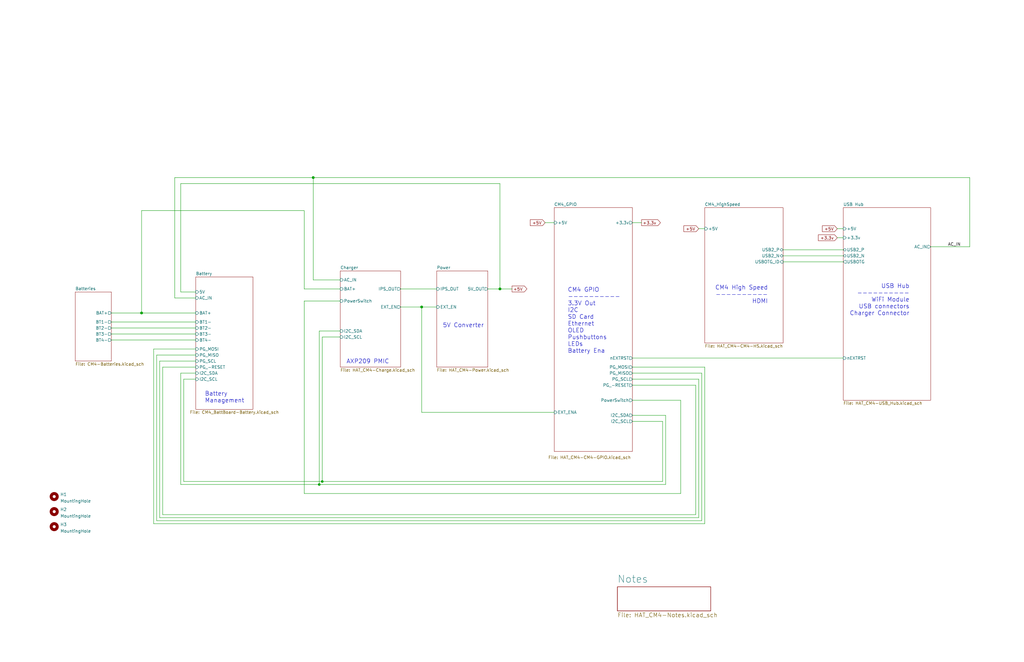
<source format=kicad_sch>
(kicad_sch (version 20211123) (generator eeschema)
  (paper "B")
  (title_block (title "ConnectBox CM4 for China Case") (date "2022-02-17") (rev "1.8.1") (comment 1 "JRA"))
  (lib_symbols
    (symbol "Mechanical:MountingHole" (pin_names (offset 1.016))
      (property "Reference" "H" (at 0 5.08 0))
      (property "Value" "MountingHole" (at 0 3.175 0))
      (symbol "MountingHole_0_1"
        (circle (center 0 0) (radius 1.27) (stroke (width 1.27)))
      )
    )
  )
  (junction (at 134.62 204.47) (diameter 0.9144))
  (junction (at 132.08 74.93) (diameter 1.016))
  (junction (at 177.8 129.54) (diameter 1.016))
  (junction (at 210.82 121.92) (diameter 1.016))
  (junction (at 135.89 203.2) (diameter 0.9144))
  (junction (at 59.69 132.08) (diameter 1.016))
  (wire (pts (xy 168.91 121.92) (xy 184.15 121.92)))
  (wire (pts (xy 46.99 143.51) (xy 82.55 143.51)))
  (wire (pts (xy 46.99 140.97) (xy 82.55 140.97)))
  (wire (pts (xy 77.47 160.02) (xy 77.47 203.2)))
  (wire (pts (xy 77.47 203.2) (xy 135.89 203.2)))
  (wire (pts (xy 82.55 160.02) (xy 77.47 160.02)))
  (wire (pts (xy 128.27 127) (xy 143.51 127)))
  (wire (pts (xy 128.27 208.28) (xy 128.27 127)))
  (wire (pts (xy 266.7 168.91) (xy 287.02 168.91)))
  (wire (pts (xy 287.02 168.91) (xy 287.02 208.28)))
  (wire (pts (xy 287.02 208.28) (xy 128.27 208.28)))
  (wire (pts (xy 68.58 154.94) (xy 68.58 217.17)))
  (wire (pts (xy 68.58 217.17) (xy 293.37 217.17)))
  (wire (pts (xy 82.55 154.94) (xy 68.58 154.94)))
  (wire (pts (xy 293.37 162.56) (xy 266.7 162.56)))
  (wire (pts (xy 293.37 217.17) (xy 293.37 162.56)))
  (wire (pts (xy 76.2 77.47) (xy 76.2 123.19)))
  (wire (pts (xy 76.2 123.19) (xy 82.55 123.19)))
  (wire (pts (xy 210.82 77.47) (xy 76.2 77.47)))
  (wire (pts (xy 210.82 121.92) (xy 210.82 77.47)))
  (wire (pts (xy 46.99 138.43) (xy 82.55 138.43)))
  (wire (pts (xy 353.06 100.33) (xy 355.6 100.33)))
  (wire (pts (xy 330.2 107.95) (xy 355.6 107.95)))
  (wire (pts (xy 353.06 96.52) (xy 355.6 96.52)))
  (wire (pts (xy 330.2 105.41) (xy 355.6 105.41)))
  (wire (pts (xy 210.82 121.92) (xy 215.9 121.92)))
  (wire (pts (xy 66.04 149.86) (xy 66.04 219.71)))
  (wire (pts (xy 66.04 219.71) (xy 295.91 219.71)))
  (wire (pts (xy 82.55 149.86) (xy 66.04 149.86)))
  (wire (pts (xy 295.91 157.48) (xy 266.7 157.48)))
  (wire (pts (xy 295.91 219.71) (xy 295.91 157.48)))
  (wire (pts (xy 266.7 151.13) (xy 355.6 151.13)))
  (wire (pts (xy 46.99 132.08) (xy 59.69 132.08)))
  (wire (pts (xy 59.69 132.08) (xy 82.55 132.08)))
  (wire (pts (xy 330.2 110.49) (xy 355.6 110.49)))
  (wire (pts (xy 73.66 74.93) (xy 73.66 125.73)))
  (wire (pts (xy 73.66 125.73) (xy 82.55 125.73)))
  (wire (pts (xy 132.08 74.93) (xy 73.66 74.93)))
  (wire (pts (xy 408.94 74.93) (xy 132.08 74.93)))
  (wire (pts (xy 408.94 104.14) (xy 408.94 74.93)))
  (wire (pts (xy 205.74 121.92) (xy 210.82 121.92)))
  (wire (pts (xy 46.99 135.89) (xy 82.55 135.89)))
  (wire (pts (xy 135.89 142.24) (xy 143.51 142.24)))
  (wire (pts (xy 135.89 203.2) (xy 135.89 142.24)))
  (wire (pts (xy 266.7 177.8) (xy 279.4 177.8)))
  (wire (pts (xy 279.4 177.8) (xy 279.4 203.2)))
  (wire (pts (xy 279.4 203.2) (xy 135.89 203.2)))
  (wire (pts (xy 177.8 129.54) (xy 177.8 173.99)))
  (wire (pts (xy 177.8 173.99) (xy 233.68 173.99)))
  (wire (pts (xy 392.43 104.14) (xy 408.94 104.14)))
  (wire (pts (xy 67.31 152.4) (xy 82.55 152.4)))
  (wire (pts (xy 67.31 218.44) (xy 67.31 152.4)))
  (wire (pts (xy 266.7 160.02) (xy 294.64 160.02)))
  (wire (pts (xy 294.64 160.02) (xy 294.64 218.44)))
  (wire (pts (xy 294.64 218.44) (xy 67.31 218.44)))
  (wire (pts (xy 59.69 88.9) (xy 128.27 88.9)))
  (wire (pts (xy 59.69 132.08) (xy 59.69 88.9)))
  (wire (pts (xy 128.27 88.9) (xy 128.27 121.92)))
  (wire (pts (xy 168.91 129.54) (xy 177.8 129.54)))
  (wire (pts (xy 177.8 129.54) (xy 184.15 129.54)))
  (wire (pts (xy 64.77 147.32) (xy 82.55 147.32)))
  (wire (pts (xy 64.77 220.98) (xy 64.77 147.32)))
  (wire (pts (xy 266.7 154.94) (xy 297.18 154.94)))
  (wire (pts (xy 297.18 154.94) (xy 297.18 220.98)))
  (wire (pts (xy 297.18 220.98) (xy 64.77 220.98)))
  (wire (pts (xy 128.27 121.92) (xy 143.51 121.92)))
  (wire (pts (xy 76.2 157.48) (xy 82.55 157.48)))
  (wire (pts (xy 76.2 204.47) (xy 76.2 157.48)))
  (wire (pts (xy 134.62 204.47) (xy 76.2 204.47)))
  (wire (pts (xy 294.64 96.52) (xy 297.18 96.52)))
  (wire (pts (xy 266.7 93.98) (xy 270.51 93.98)))
  (wire (pts (xy 132.08 74.93) (xy 132.08 118.11)))
  (wire (pts (xy 143.51 118.11) (xy 132.08 118.11)))
  (wire (pts (xy 229.87 93.98) (xy 233.68 93.98)))
  (wire (pts (xy 134.62 139.7) (xy 143.51 139.7)))
  (wire (pts (xy 134.62 204.47) (xy 134.62 139.7)))
  (wire (pts (xy 266.7 175.26) (xy 280.67 175.26)))
  (wire (pts (xy 280.67 175.26) (xy 280.67 204.47)))
  (wire (pts (xy 280.67 204.47) (xy 134.62 204.47)))
  (text "USB Hub\n----------\nWiFi Module\nUSB connectors\nCharger Connector\n" (at 383.54 133.35 0) (effects (font (size 1.778 1.778)) (justify right bottom)))
  (text "Battery \nManagement" (at 86.36 170.18 0) (effects (font (size 1.778 1.778)) (justify left bottom)))
  (text "5V Converter" (at 186.69 138.43 0) (effects (font (size 1.778 1.778)) (justify left bottom)))
  (text "CM4 GPIO\n----------\n3.3V Out\nI2C\nSD Card\nEthernet\nOLED\nPushbuttons\nLEDs\nBattery Ena\n" (at 239.395 149.225 0) (effects (font (size 1.778 1.778)) (justify left bottom)))
  (text "CM4 High Speed\n----------\nHDMI\n" (at 323.85 128.27 180) (effects (font (size 1.778 1.778)) (justify right bottom)))
  (text "AXP209 PMIC" (at 146.05 153.67 0) (effects (font (size 1.778 1.778)) (justify left bottom)))
  (label "AC_IN" (at 405.13 104.14 180))
  (global_label "+3.3v" (shape input) (at 353.06 100.33 180) (property "Intersheet References" "${INTERSHEET_REFS}" (effects hide)))
  (global_label "+3.3v" (shape output) (at 270.51 93.98 0) (property "Intersheet References" "${INTERSHEET_REFS}" (effects hide)))
  (global_label "+5V" (shape input) (at 353.06 96.52 180) (property "Intersheet References" "${INTERSHEET_REFS}" (effects hide)))
  (global_label "+5V" (shape input) (at 229.87 93.98 180) (property "Intersheet References" "${INTERSHEET_REFS}" (effects hide)))
  (global_label "+5V" (shape output) (at 215.9 121.92 0) (property "Intersheet References" "${INTERSHEET_REFS}" (effects hide)))
  (global_label "+5V" (shape input) (at 294.64 96.52 180) (property "Intersheet References" "${INTERSHEET_REFS}" (effects hide)))
  (symbol (lib_id "Mechanical:MountingHole") (at 22.86 215.9 0) (unit 1)
    (property "Reference" "H2" (at 25.4001 214.9915 0) (effects (justify left)))
    (property "Value" "MountingHole" (at 25.4001 217.7666 0) (effects (justify left)))
    (property "Footprint" "MountingHole:MountingHole_4.3mm_M4" (effects hide))
  )
  (symbol (lib_id "Mechanical:MountingHole") (at 22.86 222.25 0) (unit 1)
    (property "Reference" "H3" (at 25.4001 221.3415 0) (effects (justify left)))
    (property "Value" "MountingHole" (at 25.4001 224.1166 0) (effects (justify left)))
    (property "Footprint" "MountingHole:MountingHole_4.3mm_M4" (effects hide))
  )
  (symbol (lib_id "Mechanical:MountingHole") (at 22.86 209.55 0) (unit 1)
    (property "Reference" "H1" (at 25.4001 208.6415 0) (effects (justify left)))
    (property "Value" "MountingHole" (at 25.4001 211.4166 0) (effects (justify left)))
    (property "Footprint" "MountingHole:MountingHole_4.3mm_M4" (effects hide))
  )
  (sheet (at 260.35 247.65) (size 39.37 10.16)
    (property "Sheet name" "Notes" (at 260.35 246.1255 0) (effects (font (size 3.048 3.048)) (justify left bottom)))
    (property "Sheet file" "HAT_CM4-Notes.kicad_sch" (at 260.35 258.5217 0) (effects (font (size 1.778 1.778)) (justify left top)))
  )
  (sheet (at 143.51 114.3) (size 25.4 40.64) (stroke (width 0.0006))
    (property "Sheet name" "Charger" (at 143.51 113.6643 0) (effects (justify left bottom)))
    (property "Sheet file" "HAT_CM4-Charge.kicad_sch" (at 143.51 155.4487 0) (effects (justify left top)))
    (pin "I2C_SCL" input (at 143.51 142.24 180))
    (pin "I2C_SDA" input (at 143.51 139.7 180))
    (pin "BAT+" input (at 143.51 121.92 180))
    (pin "PowerSwitch" input (at 143.51 127 180))
    (pin "IPS_OUT" output (at 168.91 121.92 0))
    (pin "EXT_EN" output (at 168.91 129.54 0))
    (pin "AC_IN" input (at 143.51 118.11 180))
  )
  (sheet (at 297.18 87.63) (size 33.02 57.15) (stroke (width 0.0006))
    (property "Sheet name" "CM4_HighSpeed" (at 297.18 86.9943 0) (effects (justify left bottom)))
    (property "Sheet file" "HAT_CM4-CM4-HS.kicad_sch" (at 297.18 145.2887 0) (effects (justify left top)))
    (pin "USBOTG_ID" input (at 330.2 110.49 0))
    (pin "USB2_N" bidirectional (at 330.2 107.95 0))
    (pin "USB2_P" bidirectional (at 330.2 105.41 0))
    (pin "+5V" input (at 297.18 96.52 180))
  )
  (sheet (at 233.68 87.63) (size 33.02 102.87) (stroke (width 0.0006))
    (property "Sheet name" "CM4_GPIO" (at 233.68 86.9943 0) (effects (justify left bottom)))
    (property "Sheet file" "HAT_CM4-CM4-GPIO.kicad_sch" (at 231.14 192.2787 0) (effects (justify left top)))
    (pin "I2C_SCL" output (at 266.7 177.8 0))
    (pin "I2C_SDA" output (at 266.7 175.26 0))
    (pin "+3.3v" output (at 266.7 93.98 0))
    (pin "nEXTRST" output (at 266.7 151.13 0))
    (pin "+5V" input (at 233.68 93.98 180))
    (pin "PowerSwitch" output (at 266.7 168.91 0))
    (pin "EXT_ENA" input (at 233.68 173.99 180))
    (pin "PG_MOSI" output (at 266.7 154.94 0))
    (pin "PG_SCL" output (at 266.7 160.02 0))
    (pin "PG_MISO" output (at 266.7 157.48 0))
    (pin "PG_-RESET" output (at 266.7 162.56 0))
  )
  (sheet (at 184.15 114.3) (size 21.59 40.64) (stroke (width 0.0006))
    (property "Sheet name" "Power" (at 184.15 113.6643 0) (effects (justify left bottom)))
    (property "Sheet file" "HAT_CM4-Power.kicad_sch" (at 184.15 155.4487 0) (effects (justify left top)))
    (pin "IPS_OUT" input (at 184.15 121.92 180))
    (pin "EXT_EN" input (at 184.15 129.54 180))
    (pin "5V_OUT" output (at 205.74 121.92 0))
  )
  (sheet (at 82.55 116.84) (size 24.13 55.88) (stroke (width 0.0006))
    (property "Sheet name" "Battery" (at 82.55 116.2043 0) (effects (justify left bottom)))
    (property "Sheet file" "CM4_BattBoard-Battery.kicad_sch" (at 80.01 173.2287 0) (effects (justify left top)))
    (pin "AC_IN" input (at 82.55 125.73 180))
    (pin "BT4-" input (at 82.55 143.51 180))
    (pin "BT2-" input (at 82.55 138.43 180))
    (pin "BT1-" input (at 82.55 135.89 180))
    (pin "BT3-" input (at 82.55 140.97 180))
    (pin "BAT+" input (at 82.55 132.08 180))
    (pin "PG_MISO" input (at 82.55 149.86 180))
    (pin "PG_SCL" input (at 82.55 152.4 180))
    (pin "PG_-RESET" input (at 82.55 154.94 180))
    (pin "I2C_SDA" input (at 82.55 157.48 180))
    (pin "I2C_SCL" input (at 82.55 160.02 180))
    (pin "5V" input (at 82.55 123.19 180))
    (pin "PG_MOSI" input (at 82.55 147.32 180))
  )
  (sheet (at 31.75 123.19) (size 15.24 29.21) (stroke (width 0.0006))
    (property "Sheet name" "Batteries" (at 31.75 122.5543 0) (effects (justify left bottom)))
    (property "Sheet file" "CM4-Batteries.kicad_sch" (at 31.75 152.9087 0) (effects (justify left top)))
    (pin "BT3-" output (at 46.99 140.97 0))
    (pin "BT1-" output (at 46.99 135.89 0))
    (pin "BT4-" output (at 46.99 143.51 0))
    (pin "BT2-" output (at 46.99 138.43 0))
    (pin "BAT+" output (at 46.99 132.08 0))
  )
  (sheet (at 355.6 87.63) (size 36.83 81.28) (stroke (width 0.0006))
    (property "Sheet name" "USB Hub" (at 355.6 86.9943 0) (effects (justify left bottom)))
    (property "Sheet file" "HAT_CM4-USB_Hub.kicad_sch" (at 355.6 169.4187 0) (effects (justify left top)))
    (pin "+5V" input (at 355.6 96.52 180))
    (pin "USB2_P" bidirectional (at 355.6 105.41 180))
    (pin "USB2_N" bidirectional (at 355.6 107.95 180))
    (pin "+3.3v" input (at 355.6 100.33 180))
    (pin "nEXTRST" input (at 355.6 151.13 180))
    (pin "USBOTG" output (at 355.6 110.49 180))
    (pin "AC_IN" output (at 392.43 104.14 0))
  )
)
</source>
